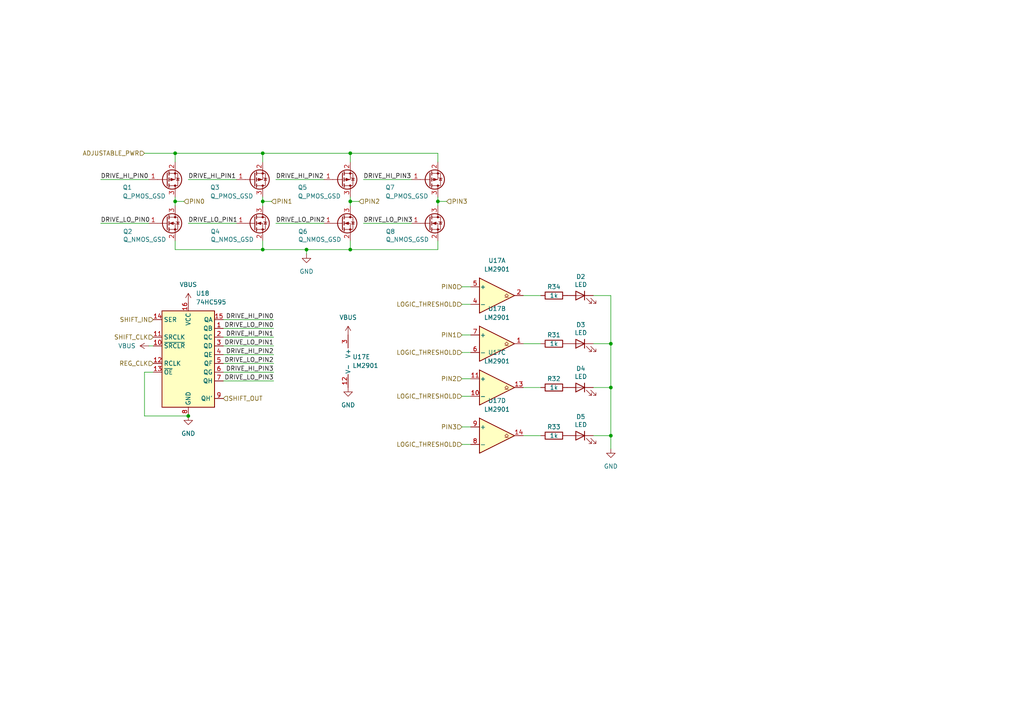
<source format=kicad_sch>
(kicad_sch (version 20231120) (generator "eeschema") (generator_version "8.0")
  (paper "A4")
  (lib_symbols
    (symbol "74xx:74HC595"
      (property "Reference" "U" (at -7.62 13.97 0))
      (property "Value" "74HC595" (at -7.62 -16.51 0))
      (symbol "74HC595_1_0"
        (pin tri_state line (at 10.16 7.62 180) (length 2.54) (name "QB") (number "1"))
        (pin input line (at -10.16 2.54 0) (length 2.54) (name "~{SRCLR}") (number "10"))
        (pin input line (at -10.16 5.08 0) (length 2.54) (name "SRCLK") (number "11"))
        (pin input line (at -10.16 -2.54 0) (length 2.54) (name "RCLK") (number "12"))
        (pin input line (at -10.16 -5.08 0) (length 2.54) (name "~{OE}") (number "13"))
        (pin input line (at -10.16 10.16 0) (length 2.54) (name "SER") (number "14"))
        (pin tri_state line (at 10.16 10.16 180) (length 2.54) (name "QA") (number "15"))
        (pin power_in line (at 0 15.24 270) (length 2.54) (name "VCC") (number "16"))
        (pin tri_state line (at 10.16 5.08 180) (length 2.54) (name "QC") (number "2"))
        (pin tri_state line (at 10.16 2.54 180) (length 2.54) (name "QD") (number "3"))
        (pin tri_state line (at 10.16 0 180) (length 2.54) (name "QE") (number "4"))
        (pin tri_state line (at 10.16 -2.54 180) (length 2.54) (name "QF") (number "5"))
        (pin tri_state line (at 10.16 -5.08 180) (length 2.54) (name "QG") (number "6"))
        (pin tri_state line (at 10.16 -7.62 180) (length 2.54) (name "QH") (number "7"))
        (pin power_in line (at 0 -17.78 90) (length 2.54) (name "GND") (number "8"))
        (pin output line (at 10.16 -12.7 180) (length 2.54) (name "QH'") (number "9"))
      )
      (symbol "74HC595_1_1"
        (rectangle (start -7.62 12.7) (end 7.62 -15.24) (stroke (width 0.254)) (fill (type background)))
      )
    )
    (symbol "Comparator:LM2901" (pin_names (offset 0.127))
      (property "Reference" "U" (at 0 5.08 0))
      (property "Value" "LM2901" (at 0 -5.08 0))
      (symbol "LM2901_1_1"
        (polyline (pts (xy -5.08 5.08) (xy 5.08 0) (xy -5.08 -5.08) (xy -5.08 5.08)) (stroke (width 0.254)) (fill (type background)))
        (polyline (pts (xy 3.302 -0.508) (xy 2.794 -0.508) (xy 3.302 0) (xy 2.794 0.508) (xy 2.286 0) (xy 2.794 -0.508) (xy 2.286 -0.508)) (stroke (width 0.127)))
        (pin open_collector line (at 7.62 0 180) (length 2.54) (name "~") (number "2"))
        (pin input line (at -7.62 -2.54 0) (length 2.54) (name "-") (number "4"))
        (pin input line (at -7.62 2.54 0) (length 2.54) (name "+") (number "5"))
      )
      (symbol "LM2901_2_1"
        (polyline (pts (xy -5.08 5.08) (xy 5.08 0) (xy -5.08 -5.08) (xy -5.08 5.08)) (stroke (width 0.254)) (fill (type background)))
        (polyline (pts (xy 3.302 -0.508) (xy 2.794 -0.508) (xy 3.302 0) (xy 2.794 0.508) (xy 2.286 0) (xy 2.794 -0.508) (xy 2.286 -0.508)) (stroke (width 0.127)))
        (pin open_collector line (at 7.62 0 180) (length 2.54) (name "~") (number "1"))
        (pin input line (at -7.62 -2.54 0) (length 2.54) (name "-") (number "6"))
        (pin input line (at -7.62 2.54 0) (length 2.54) (name "+") (number "7"))
      )
      (symbol "LM2901_3_1"
        (polyline (pts (xy -5.08 5.08) (xy 5.08 0) (xy -5.08 -5.08) (xy -5.08 5.08)) (stroke (width 0.254)) (fill (type background)))
        (polyline (pts (xy 3.302 -0.508) (xy 2.794 -0.508) (xy 3.302 0) (xy 2.794 0.508) (xy 2.286 0) (xy 2.794 -0.508) (xy 2.286 -0.508)) (stroke (width 0.127)))
        (pin input line (at -7.62 -2.54 0) (length 2.54) (name "-") (number "10"))
        (pin input line (at -7.62 2.54 0) (length 2.54) (name "+") (number "11"))
        (pin open_collector line (at 7.62 0 180) (length 2.54) (name "~") (number "13"))
      )
      (symbol "LM2901_4_1"
        (polyline (pts (xy -5.08 5.08) (xy 5.08 0) (xy -5.08 -5.08) (xy -5.08 5.08)) (stroke (width 0.254)) (fill (type background)))
        (polyline (pts (xy 3.302 -0.508) (xy 2.794 -0.508) (xy 3.302 0) (xy 2.794 0.508) (xy 2.286 0) (xy 2.794 -0.508) (xy 2.286 -0.508)) (stroke (width 0.127)))
        (pin open_collector line (at 7.62 0 180) (length 2.54) (name "~") (number "14"))
        (pin input line (at -7.62 -2.54 0) (length 2.54) (name "-") (number "8"))
        (pin input line (at -7.62 2.54 0) (length 2.54) (name "+") (number "9"))
      )
      (symbol "LM2901_5_1"
        (pin power_in line (at -2.54 -7.62 90) (length 3.81) (name "V-") (number "12"))
        (pin power_in line (at -2.54 7.62 270) (length 3.81) (name "V+") (number "3"))
      )
    )
    (symbol "Device:LED" (pin_numbers hide) (pin_names (offset 1.016) hide)
      (property "Reference" "D" (at 0 2.54 0))
      (property "Value" "LED" (at 0 -2.54 0))
      (symbol "LED_0_1"
        (polyline (pts (xy -1.27 -1.27) (xy -1.27 1.27)) (stroke (width 0.254)))
        (polyline (pts (xy -1.27 0) (xy 1.27 0)))
        (polyline (pts (xy 1.27 -1.27) (xy 1.27 1.27) (xy -1.27 0) (xy 1.27 -1.27)) (stroke (width 0.254)))
        (polyline (pts (xy -3.048 -0.762) (xy -4.572 -2.286) (xy -3.81 -2.286) (xy -4.572 -2.286) (xy -4.572 -1.524)))
        (polyline (pts (xy -1.778 -0.762) (xy -3.302 -2.286) (xy -2.54 -2.286) (xy -3.302 -2.286) (xy -3.302 -1.524)))
      )
      (symbol "LED_1_1"
        (pin passive line (at -3.81 0 0) (length 2.54) (name "K") (number "1"))
        (pin passive line (at 3.81 0 180) (length 2.54) (name "A") (number "2"))
      )
    )
    (symbol "Device:Q_NMOS_GSD" (pin_names (offset 0) hide)
      (property "Reference" "Q" (at 5.08 1.27 0))
      (property "Value" "Q_NMOS_GSD" (at 5.08 -1.27 0))
      (symbol "Q_NMOS_GSD_0_1"
        (polyline (pts (xy 0.254 0) (xy -2.54 0)))
        (polyline (pts (xy 0.254 1.905) (xy 0.254 -1.905)) (stroke (width 0.254)))
        (polyline (pts (xy 0.762 -1.27) (xy 0.762 -2.286)) (stroke (width 0.254)))
        (polyline (pts (xy 0.762 0.508) (xy 0.762 -0.508)) (stroke (width 0.254)))
        (polyline (pts (xy 0.762 2.286) (xy 0.762 1.27)) (stroke (width 0.254)))
        (polyline (pts (xy 2.54 2.54) (xy 2.54 1.778)))
        (polyline (pts (xy 2.54 -2.54) (xy 2.54 0) (xy 0.762 0)))
        (polyline (pts (xy 0.762 -1.778) (xy 3.302 -1.778) (xy 3.302 1.778) (xy 0.762 1.778)))
        (polyline (pts (xy 1.016 0) (xy 2.032 0.381) (xy 2.032 -0.381) (xy 1.016 0)) (fill (type outline)))
        (polyline (pts (xy 2.794 0.508) (xy 2.921 0.381) (xy 3.683 0.381) (xy 3.81 0.254)))
        (polyline (pts (xy 3.302 0.381) (xy 2.921 -0.254) (xy 3.683 -0.254) (xy 3.302 0.381)))
        (circle (center 1.651 0) (radius 2.794) (stroke (width 0.254)))
        (circle (center 2.54 -1.778) (radius 0.254) (fill (type outline)))
        (circle (center 2.54 1.778) (radius 0.254) (fill (type outline)))
      )
      (symbol "Q_NMOS_GSD_1_1"
        (pin input line (at -5.08 0 0) (length 2.54) (name "G") (number "1"))
        (pin passive line (at 2.54 -5.08 90) (length 2.54) (name "S") (number "2"))
        (pin passive line (at 2.54 5.08 270) (length 2.54) (name "D") (number "3"))
      )
    )
    (symbol "Device:Q_PMOS_GSD" (pin_names (offset 0) hide)
      (property "Reference" "Q" (at 5.08 1.27 0))
      (property "Value" "Q_PMOS_GSD" (at 5.08 -1.27 0))
      (symbol "Q_PMOS_GSD_0_1"
        (polyline (pts (xy 0.254 0) (xy -2.54 0)))
        (polyline (pts (xy 0.254 1.905) (xy 0.254 -1.905)) (stroke (width 0.254)))
        (polyline (pts (xy 0.762 -1.27) (xy 0.762 -2.286)) (stroke (width 0.254)))
        (polyline (pts (xy 0.762 0.508) (xy 0.762 -0.508)) (stroke (width 0.254)))
        (polyline (pts (xy 0.762 2.286) (xy 0.762 1.27)) (stroke (width 0.254)))
        (polyline (pts (xy 2.54 2.54) (xy 2.54 1.778)))
        (polyline (pts (xy 2.54 -2.54) (xy 2.54 0) (xy 0.762 0)))
        (polyline (pts (xy 0.762 1.778) (xy 3.302 1.778) (xy 3.302 -1.778) (xy 0.762 -1.778)))
        (polyline (pts (xy 2.286 0) (xy 1.27 0.381) (xy 1.27 -0.381) (xy 2.286 0)) (fill (type outline)))
        (polyline (pts (xy 2.794 -0.508) (xy 2.921 -0.381) (xy 3.683 -0.381) (xy 3.81 -0.254)))
        (polyline (pts (xy 3.302 -0.381) (xy 2.921 0.254) (xy 3.683 0.254) (xy 3.302 -0.381)))
        (circle (center 1.651 0) (radius 2.794) (stroke (width 0.254)))
        (circle (center 2.54 -1.778) (radius 0.254) (fill (type outline)))
        (circle (center 2.54 1.778) (radius 0.254) (fill (type outline)))
      )
      (symbol "Q_PMOS_GSD_1_1"
        (pin input line (at -5.08 0 0) (length 2.54) (name "G") (number "1"))
        (pin passive line (at 2.54 -5.08 90) (length 2.54) (name "S") (number "2"))
        (pin passive line (at 2.54 5.08 270) (length 2.54) (name "D") (number "3"))
      )
    )
    (symbol "Device:R" (pin_numbers hide) (pin_names (offset 0))
      (property "Reference" "R" (at 2.032 0 90))
      (property "Value" "R" (at 0 0 90))
      (symbol "R_0_1"
        (rectangle (start -1.016 -2.54) (end 1.016 2.54) (stroke (width 0.254)))
      )
      (symbol "R_1_1"
        (pin passive line (at 0 3.81 270) (length 1.27) (name "~") (number "1"))
        (pin passive line (at 0 -3.81 90) (length 1.27) (name "~") (number "2"))
      )
    )
    (symbol "power:GND" (power) (pin_names (offset 0))
      (property "Value" "GND" (at 0 -3.81 0))
      (symbol "GND_0_1"
        (polyline (pts (xy 0 0) (xy 0 -1.27) (xy 1.27 -1.27) (xy 0 -2.54) (xy -1.27 -1.27) (xy 0 -1.27)))
      )
      (symbol "GND_1_1"
        (pin power_in line (at 0 0 270) (length 0) hide (name "GND") (number "1"))
      )
    )
    (symbol "power:VBUS" (power) (pin_names (offset 0))
      (property "Value" "VBUS" (at 0 3.81 0))
      (symbol "VBUS_0_1"
        (polyline (pts (xy -0.762 1.27) (xy 0 2.54)))
        (polyline (pts (xy 0 0) (xy 0 2.54)))
        (polyline (pts (xy 0 2.54) (xy 0.762 1.27)))
      )
      (symbol "VBUS_1_1"
        (pin power_in line (at 0 0 90) (length 0) hide (name "VBUS") (number "1"))
      )
    )
  )
  (junction (at 76.2 72.39))
  (junction (at 101.6 72.39))
  (junction (at 50.8 58.42))
  (junction (at 88.9 72.39))
  (junction (at 101.6 58.42))
  (junction (at 101.6 44.45))
  (junction (at 127 58.42))
  (junction (at 50.8 44.45))
  (junction (at 76.2 44.45))
  (junction (at 177.165 126.365))
  (junction (at 76.2 58.42))
  (junction (at 54.61 120.65))
  (junction (at 177.165 99.695))
  (junction (at 177.165 112.395))
  (wire (pts (xy 50.8 58.42) (xy 50.8 57.15)))
  (wire (pts (xy 127 58.42) (xy 127 59.69)))
  (wire (pts (xy 76.2 44.45) (xy 76.2 46.99)))
  (wire (pts (xy 64.77 110.49) (xy 79.375 110.49)))
  (wire (pts (xy 101.6 44.45) (xy 101.6 46.99)))
  (wire (pts (xy 50.8 44.45) (xy 76.2 44.45)))
  (wire (pts (xy 177.165 112.395) (xy 177.165 126.365)))
  (wire (pts (xy 133.985 102.235) (xy 136.525 102.235)))
  (wire (pts (xy 29.21 52.07) (xy 43.18 52.07)))
  (wire (pts (xy 151.765 99.695) (xy 156.845 99.695)))
  (wire (pts (xy 64.77 95.25) (xy 79.375 95.25)))
  (wire (pts (xy 133.985 114.935) (xy 136.525 114.935)))
  (wire (pts (xy 76.2 57.15) (xy 76.2 58.42)))
  (wire (pts (xy 76.2 58.42) (xy 78.74 58.42)))
  (wire (pts (xy 50.8 72.39) (xy 76.2 72.39)))
  (wire (pts (xy 88.9 73.66) (xy 88.9 72.39)))
  (wire (pts (xy 43.18 100.33) (xy 44.45 100.33)))
  (wire (pts (xy 80.01 64.77) (xy 93.98 64.77)))
  (wire (pts (xy 172.085 126.365) (xy 177.165 126.365)))
  (wire (pts (xy 101.6 58.42) (xy 101.6 59.69)))
  (wire (pts (xy 101.6 69.85) (xy 101.6 72.39)))
  (wire (pts (xy 50.8 69.85) (xy 50.8 72.39)))
  (wire (pts (xy 177.165 99.695) (xy 177.165 112.395)))
  (wire (pts (xy 151.765 126.365) (xy 156.845 126.365)))
  (wire (pts (xy 64.77 102.87) (xy 79.375 102.87)))
  (wire (pts (xy 105.41 64.77) (xy 119.38 64.77)))
  (wire (pts (xy 88.9 72.39) (xy 101.6 72.39)))
  (wire (pts (xy 127 44.45) (xy 127 46.99)))
  (wire (pts (xy 54.61 52.07) (xy 68.58 52.07)))
  (wire (pts (xy 127 69.85) (xy 127 72.39)))
  (wire (pts (xy 41.91 44.45) (xy 50.8 44.45)))
  (wire (pts (xy 133.985 97.155) (xy 136.525 97.155)))
  (wire (pts (xy 41.91 107.95) (xy 44.45 107.95)))
  (wire (pts (xy 101.6 72.39) (xy 127 72.39)))
  (wire (pts (xy 172.085 112.395) (xy 177.165 112.395)))
  (wire (pts (xy 54.61 64.77) (xy 68.58 64.77)))
  (wire (pts (xy 172.085 99.695) (xy 177.165 99.695)))
  (wire (pts (xy 105.41 52.07) (xy 119.38 52.07)))
  (wire (pts (xy 172.085 85.725) (xy 177.165 85.725)))
  (wire (pts (xy 127 58.42) (xy 129.54 58.42)))
  (wire (pts (xy 64.77 100.33) (xy 79.375 100.33)))
  (wire (pts (xy 151.765 112.395) (xy 156.845 112.395)))
  (wire (pts (xy 151.765 85.725) (xy 156.845 85.725)))
  (wire (pts (xy 133.985 88.265) (xy 136.525 88.265)))
  (wire (pts (xy 76.2 72.39) (xy 88.9 72.39)))
  (wire (pts (xy 101.6 58.42) (xy 104.14 58.42)))
  (wire (pts (xy 64.77 107.95) (xy 79.375 107.95)))
  (wire (pts (xy 80.01 52.07) (xy 93.98 52.07)))
  (wire (pts (xy 64.77 92.71) (xy 79.375 92.71)))
  (wire (pts (xy 177.165 126.365) (xy 177.165 130.175)))
  (wire (pts (xy 41.91 120.65) (xy 54.61 120.65)))
  (wire (pts (xy 76.2 69.85) (xy 76.2 72.39)))
  (wire (pts (xy 64.77 97.79) (xy 79.375 97.79)))
  (wire (pts (xy 76.2 58.42) (xy 76.2 59.69)))
  (wire (pts (xy 41.91 107.95) (xy 41.91 120.65)))
  (wire (pts (xy 101.6 44.45) (xy 127 44.45)))
  (wire (pts (xy 64.77 105.41) (xy 79.375 105.41)))
  (wire (pts (xy 50.8 58.42) (xy 53.34 58.42)))
  (wire (pts (xy 127 57.15) (xy 127 58.42)))
  (wire (pts (xy 76.2 44.45) (xy 101.6 44.45)))
  (wire (pts (xy 133.985 83.185) (xy 136.525 83.185)))
  (wire (pts (xy 50.8 59.69) (xy 50.8 58.42)))
  (wire (pts (xy 177.165 85.725) (xy 177.165 99.695)))
  (wire (pts (xy 101.6 57.15) (xy 101.6 58.42)))
  (wire (pts (xy 50.8 44.45) (xy 50.8 46.99)))
  (wire (pts (xy 133.985 109.855) (xy 136.525 109.855)))
  (wire (pts (xy 29.21 64.77) (xy 43.18 64.77)))
  (wire (pts (xy 133.985 128.905) (xy 136.525 128.905)))
  (wire (pts (xy 133.985 123.825) (xy 136.525 123.825)))
  (label "DRIVE_LO_PIN3" (at 79.375 110.49 180))
  (label "DRIVE_LO_PIN2" (at 79.375 105.41 180))
  (label "DRIVE_HI_PIN0" (at 29.21 52.07 0))
  (label "DRIVE_HI_PIN3" (at 105.41 52.07 0))
  (label "DRIVE_HI_PIN3" (at 79.375 107.95 180))
  (label "DRIVE_LO_PIN2" (at 80.01 64.77 0))
  (label "DRIVE_LO_PIN0" (at 79.375 95.25 180))
  (label "DRIVE_HI_PIN0" (at 79.375 92.71 180))
  (label "DRIVE_HI_PIN1" (at 54.61 52.07 0))
  (label "DRIVE_HI_PIN2" (at 80.01 52.07 0))
  (label "DRIVE_LO_PIN1" (at 54.61 64.77 0))
  (label "DRIVE_LO_PIN3" (at 105.41 64.77 0))
  (label "DRIVE_HI_PIN1" (at 79.375 97.79 180))
  (label "DRIVE_HI_PIN2" (at 79.375 102.87 180))
  (label "DRIVE_LO_PIN0" (at 29.21 64.77 0))
  (label "DRIVE_LO_PIN1" (at 79.375 100.33 180))
  (hierarchical_label "PIN1" (shape input) (at 133.985 97.155 180))
  (hierarchical_label "LOGIC_THRESHOLD" (shape input) (at 133.985 88.265 180))
  (hierarchical_label "PIN0" (shape input) (at 53.34 58.42 0))
  (hierarchical_label "SHIFT_IN" (shape input) (at 44.45 92.71 180))
  (hierarchical_label "LOGIC_THRESHOLD" (shape input) (at 133.985 102.235 180))
  (hierarchical_label "LOGIC_THRESHOLD" (shape input) (at 133.985 128.905 180))
  (hierarchical_label "SHIFT_CLK" (shape input) (at 44.45 97.79 180))
  (hierarchical_label "PIN1" (shape input) (at 78.74 58.42 0))
  (hierarchical_label "PIN0" (shape input) (at 133.985 83.185 180))
  (hierarchical_label "ADJUSTABLE_PWR" (shape input) (at 41.91 44.45 180))
  (hierarchical_label "REG_CLK" (shape input) (at 44.45 105.41 180))
  (hierarchical_label "PIN2" (shape input) (at 133.985 109.855 180))
  (hierarchical_label "PIN2" (shape input) (at 104.14 58.42 0))
  (hierarchical_label "PIN3" (shape input) (at 133.985 123.825 180))
  (hierarchical_label "PIN3" (shape input) (at 129.54 58.42 0))
  (hierarchical_label "SHIFT_OUT" (shape input) (at 64.77 115.57 0))
  (hierarchical_label "LOGIC_THRESHOLD" (shape input) (at 133.985 114.935 180))
  (symbol (lib_id "Device:LED") (at 168.275 126.365 0) (mirror y) (unit 1)
    (property "Reference" "D5" (at 168.4528 120.8786 0))
    (property "Value" "LED" (at 168.4528 123.19 0))
    (property "Footprint" "LED_SMD:LED_0402_1005Metric" (effects (hide yes)))
    (property "LCSC" "C965790" (effects (hide yes)))
    (instances (project "board" (path "" (reference "D5") (unit 1)) (path "" (reference "D9") (unit 1)) (path "" (reference "D13") (unit 1)) (path "" (reference "D17") (unit 1)) (path "" (reference "D21") (unit 1)) (path "" (reference "D25") (unit 1)) (path "" (reference "D29") (unit 1)) (path "" (reference "D33") (unit 1))))
  )
  (symbol (lib_id "Comparator:LM2901") (at 144.145 126.365 0) (unit 4)
    (property "Reference" "U17" (at 144.145 116.205 0))
    (property "Value" "LM2901" (at 144.145 118.745 0))
    (property "Footprint" "Package_SO:SOIC-14_3.9x8.7mm_P1.27mm" (effects (hide yes)))
    (property "Datasheet" "https://www.st.com/resource/en/datasheet/lm2901.pdf" (effects (hide yes)))
    (property "Description" "Quad Differential Comparators, DIP-14/SOIC-14/TSSOP-14" (effects (hide yes)))
    (instances (project "board" (path "" (reference "U17") (unit 4)) (path "" (reference "U19") (unit 4)) (path "" (reference "U21") (unit 4)) (path "" (reference "U23") (unit 4)) (path "" (reference "U25") (unit 4)) (path "" (reference "U27") (unit 4)) (path "" (reference "U29") (unit 4)) (path "" (reference "U31") (unit 4))))
  )
  (symbol (lib_id "Device:Q_PMOS_GSD") (at 48.26 52.07 0) (mirror x) (unit 1)
    (property "Reference" "Q1" (at 35.56 54.356 0) (effects (justify left)))
    (property "Value" "Q_PMOS_GSD" (at 35.56 56.896 0) (effects (justify left)))
    (property "Footprint" "Package_TO_SOT_SMD:SOT-23" (effects (hide yes)))
    (property "LCSC" "C8547" (effects (hide yes)))
    (instances (project "board" (path "" (reference "Q1") (unit 1)) (path "" (reference "Q9") (unit 1)) (path "" (reference "Q17") (unit 1)) (path "" (reference "Q25") (unit 1)) (path "" (reference "Q33") (unit 1)) (path "" (reference "Q41") (unit 1)) (path "" (reference "Q49") (unit 1)) (path "" (reference "Q57") (unit 1))))
  )
  (symbol (lib_id "Device:Q_NMOS_GSD") (at 73.66 64.77 0) (unit 1)
    (property "Reference" "Q4" (at 61.0616 67.1576 0) (effects (justify left)))
    (property "Value" "Q_NMOS_GSD" (at 61.0616 69.469 0) (effects (justify left)))
    (property "Footprint" "Package_TO_SOT_SMD:SOT-23" (effects (hide yes)))
    (property "manf#" "DMG1012UW-7" (effects (hide yes)))
    (property "LCSC" "C8548" (effects (hide yes)))
    (instances (project "board" (path "" (reference "Q4") (unit 1)) (path "" (reference "Q12") (unit 1)) (path "" (reference "Q20") (unit 1)) (path "" (reference "Q28") (unit 1)) (path "" (reference "Q36") (unit 1)) (path "" (reference "Q44") (unit 1)) (path "" (reference "Q52") (unit 1)) (path "" (reference "Q60") (unit 1))))
  )
  (symbol (lib_id "Comparator:LM2901") (at 103.505 104.775 0) (unit 5)
    (property "Reference" "U17" (at 102.235 103.5049 0) (effects (justify left)))
    (property "Value" "LM2901" (at 102.235 106.0449 0) (effects (justify left)))
    (property "Footprint" "Package_SO:SOIC-14_3.9x8.7mm_P1.27mm" (effects (hide yes)))
    (property "Datasheet" "https://www.st.com/resource/en/datasheet/lm2901.pdf" (effects (hide yes)))
    (property "Description" "Quad Differential Comparators, DIP-14/SOIC-14/TSSOP-14" (effects (hide yes)))
    (instances (project "board" (path "" (reference "U17") (unit 5)) (path "" (reference "U19") (unit 5)) (path "" (reference "U21") (unit 5)) (path "" (reference "U23") (unit 5)) (path "" (reference "U25") (unit 5)) (path "" (reference "U27") (unit 5)) (path "" (reference "U29") (unit 5)) (path "" (reference "U31") (unit 5))))
  )
  (symbol (lib_id "Device:Q_NMOS_GSD") (at 124.46 64.77 0) (unit 1)
    (property "Reference" "Q8" (at 111.8616 67.1576 0) (effects (justify left)))
    (property "Value" "Q_NMOS_GSD" (at 111.8616 69.469 0) (effects (justify left)))
    (property "Footprint" "Package_TO_SOT_SMD:SOT-23" (effects (hide yes)))
    (property "manf#" "DMG1012UW-7" (effects (hide yes)))
    (property "LCSC" "C8548" (effects (hide yes)))
    (instances (project "board" (path "" (reference "Q8") (unit 1)) (path "" (reference "Q16") (unit 1)) (path "" (reference "Q24") (unit 1)) (path "" (reference "Q32") (unit 1)) (path "" (reference "Q40") (unit 1)) (path "" (reference "Q48") (unit 1)) (path "" (reference "Q56") (unit 1)) (path "" (reference "Q64") (unit 1))))
  )
  (symbol (lib_id "Device:Q_NMOS_GSD") (at 99.06 64.77 0) (unit 1)
    (property "Reference" "Q6" (at 86.4616 67.1576 0) (effects (justify left)))
    (property "Value" "Q_NMOS_GSD" (at 86.4616 69.469 0) (effects (justify left)))
    (property "Footprint" "Package_TO_SOT_SMD:SOT-23" (effects (hide yes)))
    (property "manf#" "DMG1012UW-7" (effects (hide yes)))
    (property "LCSC" "C8548" (effects (hide yes)))
    (instances (project "board" (path "" (reference "Q6") (unit 1)) (path "" (reference "Q14") (unit 1)) (path "" (reference "Q22") (unit 1)) (path "" (reference "Q30") (unit 1)) (path "" (reference "Q38") (unit 1)) (path "" (reference "Q46") (unit 1)) (path "" (reference "Q54") (unit 1)) (path "" (reference "Q62") (unit 1))))
  )
  (symbol (lib_id "Device:R") (at 160.655 99.695 90) (unit 1)
    (property "Reference" "R31" (at 160.655 97.155 90))
    (property "Value" "1k" (at 160.655 99.695 90))
    (property "Footprint" "Resistor_SMD:R_0402_1005Metric" (effects (hide yes)))
    (property "Description" "Resistor" (effects (hide yes)))
    (instances (project "board" (path "" (reference "R31") (unit 1)) (path "" (reference "R35") (unit 1)) (path "" (reference "R39") (unit 1)) (path "" (reference "R43") (unit 1)) (path "" (reference "R47") (unit 1)) (path "" (reference "R51") (unit 1)) (path "" (reference "R55") (unit 1)) (path "" (reference "R59") (unit 1))))
  )
  (symbol (lib_id "Device:R") (at 160.655 126.365 90) (unit 1)
    (property "Reference" "R33" (at 160.655 123.825 90))
    (property "Value" "1k" (at 160.655 126.365 90))
    (property "Footprint" "Resistor_SMD:R_0402_1005Metric" (effects (hide yes)))
    (property "Description" "Resistor" (effects (hide yes)))
    (instances (project "board" (path "" (reference "R33") (unit 1)) (path "" (reference "R37") (unit 1)) (path "" (reference "R41") (unit 1)) (path "" (reference "R45") (unit 1)) (path "" (reference "R49") (unit 1)) (path "" (reference "R53") (unit 1)) (path "" (reference "R57") (unit 1)) (path "" (reference "R61") (unit 1))))
  )
  (symbol (lib_id "Comparator:LM2901") (at 144.145 112.395 0) (unit 3)
    (property "Reference" "U17" (at 144.145 102.235 0))
    (property "Value" "LM2901" (at 144.145 104.775 0))
    (property "Footprint" "Package_SO:SOIC-14_3.9x8.7mm_P1.27mm" (effects (hide yes)))
    (property "Datasheet" "https://www.st.com/resource/en/datasheet/lm2901.pdf" (effects (hide yes)))
    (property "Description" "Quad Differential Comparators, DIP-14/SOIC-14/TSSOP-14" (effects (hide yes)))
    (instances (project "board" (path "" (reference "U17") (unit 3)) (path "" (reference "U19") (unit 3)) (path "" (reference "U21") (unit 3)) (path "" (reference "U23") (unit 3)) (path "" (reference "U25") (unit 3)) (path "" (reference "U27") (unit 3)) (path "" (reference "U29") (unit 3)) (path "" (reference "U31") (unit 3))))
  )
  (symbol (lib_id "power:VBUS") (at 54.61 87.63 0) (unit 1)
    (property "Reference" "#PWR070" (effects (hide yes)))
    (property "Value" "VBUS" (at 54.61 82.55 0))
    (property "Description" "Power symbol creates a global label with name \"VBUS\"" (effects (hide yes)))
    (instances (project "board" (path "" (reference "#PWR070") (unit 1)) (path "" (reference "#PWR077") (unit 1)) (path "" (reference "#PWR084") (unit 1)) (path "" (reference "#PWR091") (unit 1)) (path "" (reference "#PWR098") (unit 1)) (path "" (reference "#PWR0105") (unit 1)) (path "" (reference "#PWR0112") (unit 1)) (path "" (reference "#PWR0119") (unit 1))))
  )
  (symbol (lib_id "power:VBUS") (at 100.965 97.155 0) (unit 1)
    (property "Reference" "#PWR080" (effects (hide yes)))
    (property "Value" "VBUS" (at 100.965 92.075 0))
    (property "Description" "Power symbol creates a global label with name \"VBUS\"" (effects (hide yes)))
    (instances (project "board" (path "" (reference "#PWR080") (unit 1)) (path "" (reference "#PWR087") (unit 1)) (path "" (reference "#PWR094") (unit 1)) (path "" (reference "#PWR0101") (unit 1)) (path "" (reference "#PWR0108") (unit 1)) (path "" (reference "#PWR0115") (unit 1)) (path "" (reference "#PWR0122") (unit 1)) (path "" (reference "#PWR073") (unit 1))))
  )
  (symbol (lib_id "Device:LED") (at 168.275 99.695 0) (mirror y) (unit 1)
    (property "Reference" "D3" (at 168.4528 94.2086 0))
    (property "Value" "LED" (at 168.4528 96.52 0))
    (property "Footprint" "LED_SMD:LED_0402_1005Metric" (effects (hide yes)))
    (property "LCSC" "C965790" (effects (hide yes)))
    (instances (project "board" (path "" (reference "D3") (unit 1)) (path "" (reference "D7") (unit 1)) (path "" (reference "D11") (unit 1)) (path "" (reference "D15") (unit 1)) (path "" (reference "D19") (unit 1)) (path "" (reference "D23") (unit 1)) (path "" (reference "D27") (unit 1)) (path "" (reference "D31") (unit 1))))
  )
  (symbol (lib_id "Comparator:LM2901") (at 144.145 85.725 0) (unit 1)
    (property "Reference" "U17" (at 144.145 75.565 0))
    (property "Value" "LM2901" (at 144.145 78.105 0))
    (property "Footprint" "Package_SO:SOIC-14_3.9x8.7mm_P1.27mm" (effects (hide yes)))
    (property "Datasheet" "https://www.st.com/resource/en/datasheet/lm2901.pdf" (effects (hide yes)))
    (property "Description" "Quad Differential Comparators, DIP-14/SOIC-14/TSSOP-14" (effects (hide yes)))
    (instances (project "board" (path "" (reference "U17") (unit 1)) (path "" (reference "U19") (unit 1)) (path "" (reference "U21") (unit 1)) (path "" (reference "U23") (unit 1)) (path "" (reference "U25") (unit 1)) (path "" (reference "U27") (unit 1)) (path "" (reference "U29") (unit 1)) (path "" (reference "U31") (unit 1))))
  )
  (symbol (lib_id "power:VBUS") (at 43.18 100.33 90) (unit 1)
    (property "Reference" "#PWR069" (effects (hide yes)))
    (property "Value" "VBUS" (at 39.37 100.3299 90) (effects (justify left)))
    (property "Description" "Power symbol creates a global label with name \"VBUS\"" (effects (hide yes)))
    (instances (project "board" (path "" (reference "#PWR069") (unit 1)) (path "" (reference "#PWR076") (unit 1)) (path "" (reference "#PWR083") (unit 1)) (path "" (reference "#PWR090") (unit 1)) (path "" (reference "#PWR097") (unit 1)) (path "" (reference "#PWR0104") (unit 1)) (path "" (reference "#PWR0111") (unit 1)) (path "" (reference "#PWR0118") (unit 1))))
  )
  (symbol (lib_id "power:GND") (at 100.965 112.395 0) (unit 1)
    (property "Reference" "#PWR074" (effects (hide yes)))
    (property "Value" "GND" (at 100.965 117.475 0))
    (property "Description" "Power symbol creates a global label with name \"GND\" , ground" (effects (hide yes)))
    (instances (project "board" (path "" (reference "#PWR074") (unit 1)) (path "" (reference "#PWR081") (unit 1)) (path "" (reference "#PWR088") (unit 1)) (path "" (reference "#PWR095") (unit 1)) (path "" (reference "#PWR0102") (unit 1)) (path "" (reference "#PWR0109") (unit 1)) (path "" (reference "#PWR0116") (unit 1)) (path "" (reference "#PWR0123") (unit 1))))
  )
  (symbol (lib_id "power:GND") (at 177.165 130.175 0) (unit 1)
    (property "Reference" "#PWR075" (effects (hide yes)))
    (property "Value" "GND" (at 177.165 135.255 0))
    (property "Description" "Power symbol creates a global label with name \"GND\" , ground" (effects (hide yes)))
    (instances (project "board" (path "" (reference "#PWR075") (unit 1)) (path "" (reference "#PWR082") (unit 1)) (path "" (reference "#PWR089") (unit 1)) (path "" (reference "#PWR096") (unit 1)) (path "" (reference "#PWR0103") (unit 1)) (path "" (reference "#PWR0110") (unit 1)) (path "" (reference "#PWR0117") (unit 1)) (path "" (reference "#PWR0124") (unit 1))))
  )
  (symbol (lib_id "power:GND") (at 54.61 120.65 0) (unit 1)
    (property "Reference" "#PWR071" (effects (hide yes)))
    (property "Value" "GND" (at 54.61 125.73 0))
    (property "Description" "Power symbol creates a global label with name \"GND\" , ground" (effects (hide yes)))
    (instances (project "board" (path "" (reference "#PWR071") (unit 1)) (path "" (reference "#PWR078") (unit 1)) (path "" (reference "#PWR085") (unit 1)) (path "" (reference "#PWR092") (unit 1)) (path "" (reference "#PWR099") (unit 1)) (path "" (reference "#PWR0106") (unit 1)) (path "" (reference "#PWR0113") (unit 1)) (path "" (reference "#PWR0120") (unit 1))))
  )
  (symbol (lib_id "power:GND") (at 88.9 73.66 0) (unit 1)
    (property "Reference" "#PWR072" (effects (hide yes)))
    (property "Value" "GND" (at 88.9 78.74 0))
    (property "Description" "Power symbol creates a global label with name \"GND\" , ground" (effects (hide yes)))
    (instances (project "board" (path "" (reference "#PWR072") (unit 1)) (path "" (reference "#PWR079") (unit 1)) (path "" (reference "#PWR086") (unit 1)) (path "" (reference "#PWR093") (unit 1)) (path "" (reference "#PWR0100") (unit 1)) (path "" (reference "#PWR0107") (unit 1)) (path "" (reference "#PWR0114") (unit 1)) (path "" (reference "#PWR0121") (unit 1))))
  )
  (symbol (lib_id "Comparator:LM2901") (at 144.145 99.695 0) (unit 2)
    (property "Reference" "U17" (at 144.145 89.535 0))
    (property "Value" "LM2901" (at 144.145 92.075 0))
    (property "Footprint" "Package_SO:SOIC-14_3.9x8.7mm_P1.27mm" (effects (hide yes)))
    (property "Datasheet" "https://www.st.com/resource/en/datasheet/lm2901.pdf" (effects (hide yes)))
    (property "Description" "Quad Differential Comparators, DIP-14/SOIC-14/TSSOP-14" (effects (hide yes)))
    (instances (project "board" (path "" (reference "U17") (unit 2)) (path "" (reference "U19") (unit 2)) (path "" (reference "U21") (unit 2)) (path "" (reference "U23") (unit 2)) (path "" (reference "U25") (unit 2)) (path "" (reference "U27") (unit 2)) (path "" (reference "U29") (unit 2)) (path "" (reference "U31") (unit 2))))
  )
  (symbol (lib_id "74xx:74HC595") (at 54.61 102.87 0) (unit 1)
    (property "Reference" "U18" (at 56.8041 85.09 0) (effects (justify left)))
    (property "Value" "74HC595" (at 56.8041 87.63 0) (effects (justify left)))
    (property "Footprint" "Package_SO:SOIC-16_3.9x9.9mm_P1.27mm" (effects (hide yes)))
    (property "Datasheet" "http://www.ti.com/lit/ds/symlink/sn74hc595.pdf" (effects (hide yes)))
    (property "Description" "8-bit serial in/out Shift Register 3-State Outputs" (effects (hide yes)))
    (instances (project "board" (path "" (reference "U18") (unit 1)) (path "" (reference "U20") (unit 1)) (path "" (reference "U22") (unit 1)) (path "" (reference "U24") (unit 1)) (path "" (reference "U26") (unit 1)) (path "" (reference "U28") (unit 1)) (path "" (reference "U30") (unit 1)) (path "" (reference "U16") (unit 1))))
  )
  (symbol (lib_id "Device:Q_NMOS_GSD") (at 48.26 64.77 0) (unit 1)
    (property "Reference" "Q2" (at 35.6616 67.1576 0) (effects (justify left)))
    (property "Value" "Q_NMOS_GSD" (at 35.6616 69.469 0) (effects (justify left)))
    (property "Footprint" "Package_TO_SOT_SMD:SOT-23" (effects (hide yes)))
    (property "manf#" "DMG1012UW-7" (effects (hide yes)))
    (property "LCSC" "C8548" (effects (hide yes)))
    (instances (project "board" (path "" (reference "Q2") (unit 1)) (path "" (reference "Q10") (unit 1)) (path "" (reference "Q18") (unit 1)) (path "" (reference "Q26") (unit 1)) (path "" (reference "Q34") (unit 1)) (path "" (reference "Q42") (unit 1)) (path "" (reference "Q50") (unit 1)) (path "" (reference "Q58") (unit 1))))
  )
  (symbol (lib_id "Device:R") (at 160.655 112.395 90) (unit 1)
    (property "Reference" "R32" (at 160.655 109.855 90))
    (property "Value" "1k" (at 160.655 112.395 90))
    (property "Footprint" "Resistor_SMD:R_0402_1005Metric" (effects (hide yes)))
    (property "Description" "Resistor" (effects (hide yes)))
    (instances (project "board" (path "" (reference "R32") (unit 1)) (path "" (reference "R36") (unit 1)) (path "" (reference "R40") (unit 1)) (path "" (reference "R44") (unit 1)) (path "" (reference "R48") (unit 1)) (path "" (reference "R52") (unit 1)) (path "" (reference "R56") (unit 1)) (path "" (reference "R60") (unit 1))))
  )
  (symbol (lib_id "Device:LED") (at 168.275 85.725 0) (mirror y) (unit 1)
    (property "Reference" "D2" (at 168.4528 80.2386 0))
    (property "Value" "LED" (at 168.4528 82.55 0))
    (property "Footprint" "LED_SMD:LED_0402_1005Metric" (effects (hide yes)))
    (property "LCSC" "C965790" (effects (hide yes)))
    (instances (project "board" (path "" (reference "D2") (unit 1)) (path "" (reference "D6") (unit 1)) (path "" (reference "D10") (unit 1)) (path "" (reference "D14") (unit 1)) (path "" (reference "D18") (unit 1)) (path "" (reference "D22") (unit 1)) (path "" (reference "D26") (unit 1)) (path "" (reference "D30") (unit 1))))
  )
  (symbol (lib_id "Device:Q_PMOS_GSD") (at 99.06 52.07 0) (mirror x) (unit 1)
    (property "Reference" "Q5" (at 86.36 54.356 0) (effects (justify left)))
    (property "Value" "Q_PMOS_GSD" (at 86.36 56.896 0) (effects (justify left)))
    (property "Footprint" "Package_TO_SOT_SMD:SOT-23" (effects (hide yes)))
    (property "LCSC" "C8547" (effects (hide yes)))
    (instances (project "board" (path "" (reference "Q5") (unit 1)) (path "" (reference "Q13") (unit 1)) (path "" (reference "Q21") (unit 1)) (path "" (reference "Q29") (unit 1)) (path "" (reference "Q37") (unit 1)) (path "" (reference "Q45") (unit 1)) (path "" (reference "Q53") (unit 1)) (path "" (reference "Q61") (unit 1))))
  )
  (symbol (lib_id "Device:LED") (at 168.275 112.395 0) (mirror y) (unit 1)
    (property "Reference" "D4" (at 168.4528 106.9086 0))
    (property "Value" "LED" (at 168.4528 109.22 0))
    (property "Footprint" "LED_SMD:LED_0402_1005Metric" (effects (hide yes)))
    (property "LCSC" "C965790" (effects (hide yes)))
    (instances (project "board" (path "" (reference "D4") (unit 1)) (path "" (reference "D8") (unit 1)) (path "" (reference "D12") (unit 1)) (path "" (reference "D16") (unit 1)) (path "" (reference "D20") (unit 1)) (path "" (reference "D24") (unit 1)) (path "" (reference "D28") (unit 1)) (path "" (reference "D32") (unit 1))))
  )
  (symbol (lib_id "Device:Q_PMOS_GSD") (at 124.46 52.07 0) (mirror x) (unit 1)
    (property "Reference" "Q7" (at 111.76 54.356 0) (effects (justify left)))
    (property "Value" "Q_PMOS_GSD" (at 111.76 56.896 0) (effects (justify left)))
    (property "Footprint" "Package_TO_SOT_SMD:SOT-23" (effects (hide yes)))
    (property "LCSC" "C8547" (effects (hide yes)))
    (instances (project "board" (path "" (reference "Q7") (unit 1)) (path "" (reference "Q15") (unit 1)) (path "" (reference "Q23") (unit 1)) (path "" (reference "Q31") (unit 1)) (path "" (reference "Q39") (unit 1)) (path "" (reference "Q47") (unit 1)) (path "" (reference "Q55") (unit 1)) (path "" (reference "Q63") (unit 1))))
  )
  (symbol (lib_id "Device:R") (at 160.655 85.725 90) (unit 1)
    (property "Reference" "R34" (at 160.655 83.185 90))
    (property "Value" "1k" (at 160.655 85.725 90))
    (property "Footprint" "Resistor_SMD:R_0402_1005Metric" (effects (hide yes)))
    (property "Description" "Resistor" (effects (hide yes)))
    (instances (project "board" (path "" (reference "R34") (unit 1)) (path "" (reference "R38") (unit 1)) (path "" (reference "R42") (unit 1)) (path "" (reference "R46") (unit 1)) (path "" (reference "R50") (unit 1)) (path "" (reference "R54") (unit 1)) (path "" (reference "R58") (unit 1)) (path "" (reference "R30") (unit 1))))
  )
  (symbol (lib_id "Device:Q_PMOS_GSD") (at 73.66 52.07 0) (mirror x) (unit 1)
    (property "Reference" "Q3" (at 60.96 54.356 0) (effects (justify left)))
    (property "Value" "Q_PMOS_GSD" (at 60.96 56.896 0) (effects (justify left)))
    (property "Footprint" "Package_TO_SOT_SMD:SOT-23" (effects (hide yes)))
    (property "LCSC" "C8547" (effects (hide yes)))
    (instances (project "board" (path "" (reference "Q3") (unit 1)) (path "" (reference "Q11") (unit 1)) (path "" (reference "Q19") (unit 1)) (path "" (reference "Q27") (unit 1)) (path "" (reference "Q35") (unit 1)) (path "" (reference "Q43") (unit 1)) (path "" (reference "Q51") (unit 1)) (path "" (reference "Q59") (unit 1))))
  )
)
</source>
